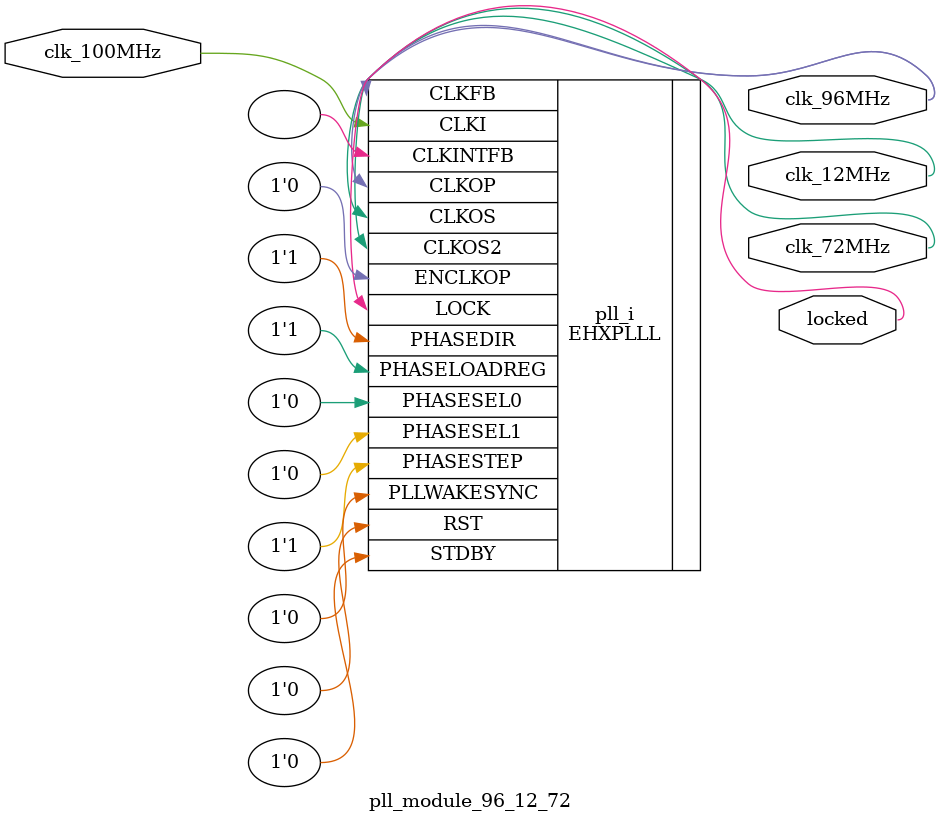
<source format=v>
module pll_module_96_12_72
(
    input clk_100MHz, // 100 MHz, 0 deg
    output clk_96MHz, // 96 MHz, 0 deg
    output clk_12MHz, // 12 MHz, 0 deg
    output clk_72MHz, // 72 MHz, 0 deg
    output locked
);
(* FREQUENCY_PIN_CLKI="100" *)
(* FREQUENCY_PIN_CLKOP="96" *)
(* FREQUENCY_PIN_CLKOS="12" *)
(* FREQUENCY_PIN_CLKOS2="72" *)
(* ICP_CURRENT="12" *) (* LPF_RESISTOR="8" *) (* MFG_ENABLE_FILTEROPAMP="1" *) (* MFG_GMCREF_SEL="2" *)
EHXPLLL #(
        .PLLRST_ENA("DISABLED"),
        .INTFB_WAKE("DISABLED"),
        .STDBY_ENABLE("DISABLED"),
        .DPHASE_SOURCE("DISABLED"),
        .OUTDIVIDER_MUXA("DIVA"),
        .OUTDIVIDER_MUXB("DIVB"),
        .OUTDIVIDER_MUXC("DIVC"),
        .OUTDIVIDER_MUXD("DIVD"),
        .CLKI_DIV(25),
        .CLKOP_ENABLE("ENABLED"),
        .CLKOP_DIV(6),
        .CLKOP_CPHASE(2),
        .CLKOP_FPHASE(0),
        .CLKOS_ENABLE("ENABLED"),
        .CLKOS_DIV(48),
        .CLKOS_CPHASE(2),
        .CLKOS_FPHASE(0),
        .CLKOS2_ENABLE("ENABLED"),
        .CLKOS2_DIV(8),
        .CLKOS2_CPHASE(2),
        .CLKOS2_FPHASE(0),
        .FEEDBK_PATH("CLKOP"),
        .CLKFB_DIV(24)
    ) pll_i (
        .RST(1'b0),
        .STDBY(1'b0),
        .CLKI(clk_100MHz),
        .CLKOP(clk_96MHz),
        .CLKOS(clk_12MHz),
        .CLKOS2(clk_72MHz),
        .CLKFB(clk_96MHz),
        .CLKINTFB(),
        .PHASESEL0(1'b0),
        .PHASESEL1(1'b0),
        .PHASEDIR(1'b1),
        .PHASESTEP(1'b1),
        .PHASELOADREG(1'b1),
        .PLLWAKESYNC(1'b0),
        .ENCLKOP(1'b0),
        .LOCK(locked)
	);
endmodule

</source>
